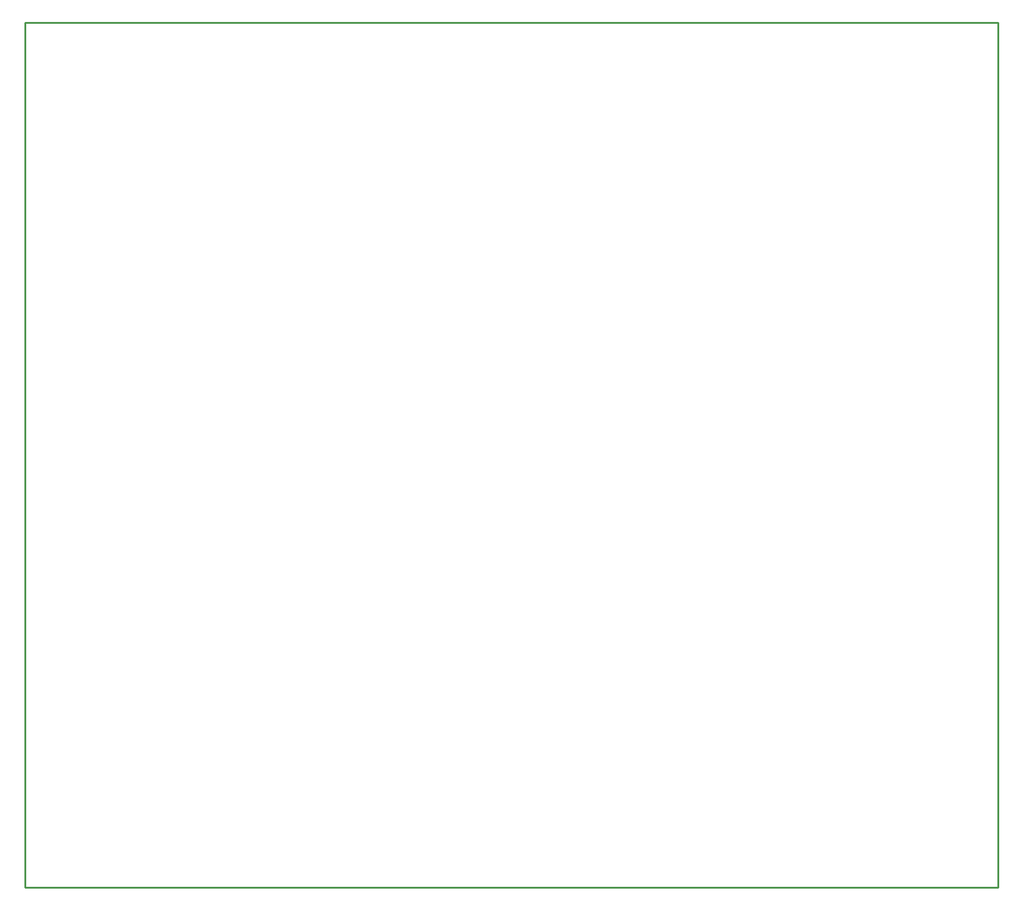
<source format=gbr>
G04 EAGLE Gerber X2 export*
%TF.Part,Single*%
%TF.FileFunction,Profile,NP*%
%TF.FilePolarity,Positive*%
%TF.GenerationSoftware,Autodesk,EAGLE,9.0.0*%
%TF.CreationDate,2018-06-20T06:24:19Z*%
G75*
%MOMM*%
%FSLAX34Y34*%
%LPD*%
%AMOC8*
5,1,8,0,0,1.08239X$1,22.5*%
G01*
%ADD10C,0.254000*%


D10*
X-59000Y-981000D02*
X1291000Y-981000D01*
X1291000Y219000D01*
X-59000Y219000D01*
X-59000Y-981000D01*
M02*

</source>
